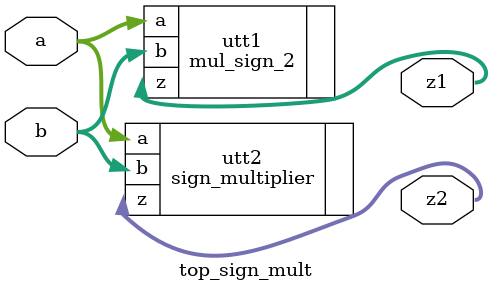
<source format=v>
`timescale 1ns / 1ps


module top_sign_mult(a,b,z1,z2);
input [7:0] a,b ;
output [15:0] z1,z2 ;

mul_sign_2 utt1( .a(a),.b(b),.z(z1));
sign_multiplier utt2(.a(a),.b(b),.z(z2));
endmodule

</source>
